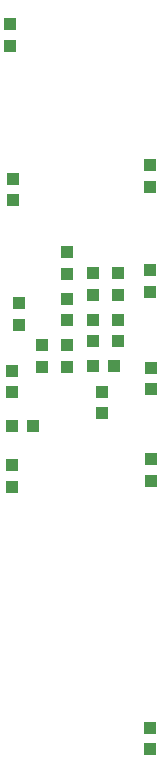
<source format=gbp>
G04 Layer_Color=128*
%FSLAX25Y25*%
%MOIN*%
G70*
G01*
G75*
%ADD10R,0.04331X0.04331*%
%ADD30R,0.04331X0.04331*%
D10*
X5000Y308457D02*
D03*
Y315543D02*
D03*
X50500Y312957D02*
D03*
Y320043D02*
D03*
X50500Y285043D02*
D03*
Y277957D02*
D03*
X40000Y268543D02*
D03*
Y261457D02*
D03*
X31500Y261457D02*
D03*
Y268543D02*
D03*
X23000Y275543D02*
D03*
Y268457D02*
D03*
X40000Y276957D02*
D03*
Y284043D02*
D03*
X31500D02*
D03*
Y276957D02*
D03*
X23000Y291043D02*
D03*
Y283957D02*
D03*
X34500Y244543D02*
D03*
Y237457D02*
D03*
X23000Y260043D02*
D03*
Y252957D02*
D03*
X7000Y266957D02*
D03*
Y274043D02*
D03*
X51000Y252543D02*
D03*
Y245457D02*
D03*
X4500Y251543D02*
D03*
Y244457D02*
D03*
X51000Y222043D02*
D03*
Y214957D02*
D03*
X4500Y212957D02*
D03*
Y220043D02*
D03*
X50500Y132543D02*
D03*
Y125457D02*
D03*
X14500Y252957D02*
D03*
Y260043D02*
D03*
X4000Y359957D02*
D03*
Y367043D02*
D03*
D30*
X31457Y253000D02*
D03*
X38543D02*
D03*
X4457Y233000D02*
D03*
X11543D02*
D03*
M02*

</source>
